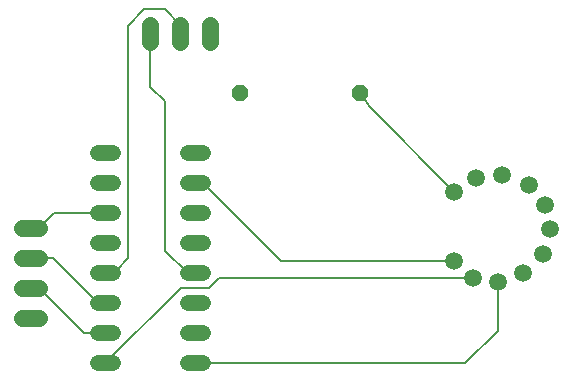
<source format=gbr>
G04 EAGLE Gerber RS-274X export*
G75*
%MOMM*%
%FSLAX34Y34*%
%LPD*%
%INTop Copper*%
%IPPOS*%
%AMOC8*
5,1,8,0,0,1.08239X$1,22.5*%
G01*
%ADD10C,1.422400*%
%ADD11C,1.320800*%
%ADD12P,1.429621X8X202.500000*%
%ADD13C,1.508000*%
%ADD14C,0.152400*%


D10*
X146812Y368300D02*
X132588Y368300D01*
X132588Y393700D02*
X146812Y393700D01*
X146812Y419100D02*
X132588Y419100D01*
X132588Y444500D02*
X146812Y444500D01*
X241300Y602488D02*
X241300Y616712D01*
X266700Y616712D02*
X266700Y602488D01*
X292100Y602488D02*
X292100Y616712D01*
D11*
X209804Y508000D02*
X196596Y508000D01*
X196596Y482600D02*
X209804Y482600D01*
X209804Y355600D02*
X196596Y355600D01*
X196596Y330200D02*
X209804Y330200D01*
X209804Y457200D02*
X196596Y457200D01*
X196596Y431800D02*
X209804Y431800D01*
X209804Y381000D02*
X196596Y381000D01*
X196596Y406400D02*
X209804Y406400D01*
X272796Y330200D02*
X286004Y330200D01*
X286004Y355600D02*
X272796Y355600D01*
X272796Y381000D02*
X286004Y381000D01*
X286004Y406400D02*
X272796Y406400D01*
X272796Y431800D02*
X286004Y431800D01*
X286004Y457200D02*
X272796Y457200D01*
X272796Y482600D02*
X286004Y482600D01*
X286004Y508000D02*
X272796Y508000D01*
D12*
X419100Y558800D03*
X317500Y558800D03*
D13*
X561702Y481157D03*
X575262Y463784D03*
X579434Y444158D03*
X573916Y422472D03*
X556876Y406126D03*
X535293Y398941D03*
X514331Y402276D03*
X498567Y416582D03*
X498504Y475513D03*
X516849Y486943D03*
X539238Y489106D03*
D14*
X203200Y457200D02*
X196596Y457200D01*
X159512Y457200D01*
X146812Y444500D01*
X139700Y444500D01*
X196596Y381000D02*
X203200Y381000D01*
X196596Y381000D02*
X158496Y419100D01*
X152400Y419100D01*
X146812Y419100D01*
X139700Y419100D01*
X139700Y393700D02*
X146812Y393700D01*
X184912Y355600D01*
X196596Y355600D01*
X203200Y355600D01*
X272796Y406400D02*
X279400Y406400D01*
X272796Y406400D02*
X253746Y425450D01*
X253746Y551942D01*
X241300Y564388D02*
X241300Y609600D01*
X241300Y564388D02*
X253746Y551942D01*
X266700Y609600D02*
X266700Y616712D01*
X253746Y629666D01*
X235934Y629666D01*
X222250Y615982D01*
X222250Y418846D01*
X212852Y409448D01*
X206248Y409448D02*
X203200Y406400D01*
X206248Y409448D02*
X212852Y409448D01*
X427112Y546905D02*
X498504Y475513D01*
X427112Y546905D02*
X419100Y558800D01*
X535293Y398941D02*
X535293Y357493D01*
X508000Y330200D02*
X279400Y330200D01*
X508000Y330200D02*
X535293Y357493D01*
X266954Y393954D02*
X203200Y330200D01*
X299481Y402276D02*
X514331Y402276D01*
X291159Y393954D02*
X266954Y393954D01*
X291159Y393954D02*
X299481Y402276D01*
X352022Y416582D02*
X498567Y416582D01*
X352022Y416582D02*
X286004Y482600D01*
X279400Y482600D01*
M02*

</source>
